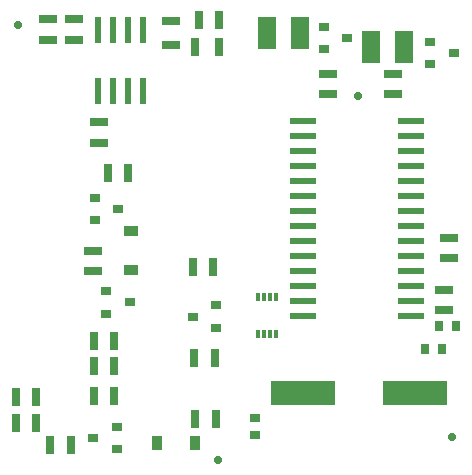
<source format=gbp>
%FSLAX24Y24*%
%MOIN*%
G70*
G01*
G75*
G04 Layer_Color=128*
%ADD10C,0.0098*%
%ADD11C,0.0276*%
%ADD12R,0.0236X0.0886*%
%ADD13R,0.0299X0.0945*%
%ADD14R,0.0315X0.0354*%
%ADD15R,0.0886X0.0236*%
%ADD16R,0.0846X0.0335*%
%ADD17C,0.0335*%
%ADD18R,0.0335X0.0846*%
%ADD19R,0.0315X0.0630*%
%ADD20R,0.0394X0.0276*%
%ADD21R,0.0236X0.0197*%
%ADD22R,0.0197X0.0236*%
%ADD23R,0.0276X0.0394*%
%ADD24R,0.0354X0.0315*%
%ADD25R,0.0906X0.0906*%
%ADD26R,0.0492X0.0433*%
%ADD27R,0.0354X0.0315*%
%ADD28R,0.0591X0.0295*%
%ADD29R,0.0295X0.0591*%
%ADD30C,0.0079*%
%ADD31C,0.0118*%
%ADD32C,0.0138*%
%ADD33C,0.0197*%
%ADD34O,0.0472X0.0394*%
%ADD35R,0.0472X0.0394*%
%ADD36O,0.0669X0.1181*%
%ADD37C,0.0380*%
%ADD38R,0.2165X0.0827*%
%ADD39R,0.0118X0.0295*%
%ADD40R,0.0480X0.0358*%
%ADD41R,0.0358X0.0480*%
%ADD42R,0.0630X0.1063*%
%ADD43R,0.0906X0.0236*%
%ADD44R,0.0630X0.0315*%
%ADD45C,0.0236*%
%ADD46C,0.0100*%
%ADD47C,0.0394*%
%ADD48C,0.0039*%
%ADD49C,0.0061*%
%ADD50R,0.0246X0.0433*%
%ADD51R,0.0433X0.0246*%
%ADD52C,0.0827*%
%ADD53R,0.0316X0.0966*%
%ADD54R,0.0379X0.1025*%
%ADD55R,0.0395X0.0434*%
%ADD56R,0.0966X0.0316*%
%ADD57R,0.0926X0.0415*%
%ADD58C,0.0415*%
%ADD59R,0.0415X0.0926*%
%ADD60R,0.0395X0.0710*%
%ADD61R,0.0474X0.0356*%
%ADD62R,0.0316X0.0277*%
%ADD63R,0.0277X0.0316*%
%ADD64R,0.0356X0.0474*%
%ADD65R,0.0434X0.0395*%
%ADD66R,0.0986X0.0986*%
%ADD67R,0.0572X0.0513*%
%ADD68R,0.0434X0.0395*%
%ADD69R,0.0671X0.0375*%
%ADD70R,0.0375X0.0671*%
%ADD71O,0.0552X0.0474*%
%ADD72R,0.0552X0.0474*%
%ADD73O,0.0749X0.1261*%
%ADD74R,0.2245X0.0907*%
%ADD75R,0.0150X0.0327*%
%ADD76R,0.0560X0.0438*%
%ADD77R,0.0438X0.0560*%
%ADD78R,0.0710X0.1143*%
%ADD79R,0.0986X0.0316*%
%ADD80R,0.0710X0.0395*%
D11*
X11929Y12677D02*
D03*
X15079Y1299D02*
D03*
X591Y15039D02*
D03*
X7283Y551D02*
D03*
D12*
X4766Y14882D02*
D03*
X4266D02*
D03*
X3766D02*
D03*
X4766Y12835D02*
D03*
X4266D02*
D03*
X3766D02*
D03*
X3266Y14882D02*
D03*
Y12835D02*
D03*
D14*
X15197Y5000D02*
D03*
X14646D02*
D03*
X14724Y4252D02*
D03*
X14173D02*
D03*
D19*
X7285Y14291D02*
D03*
X6498D02*
D03*
D24*
X8504Y1929D02*
D03*
Y1378D02*
D03*
D27*
X4331Y5787D02*
D03*
X3543Y6161D02*
D03*
Y5413D02*
D03*
X3937Y8898D02*
D03*
X3150Y9272D02*
D03*
Y8524D02*
D03*
X3898Y1634D02*
D03*
Y886D02*
D03*
X3110Y1260D02*
D03*
X7205Y5689D02*
D03*
Y4941D02*
D03*
X6417Y5315D02*
D03*
X11575Y14606D02*
D03*
X10787Y14980D02*
D03*
Y14232D02*
D03*
X15118Y14094D02*
D03*
X14331Y14468D02*
D03*
Y13720D02*
D03*
D28*
X1614Y15226D02*
D03*
Y14537D02*
D03*
X2480Y15226D02*
D03*
Y14537D02*
D03*
X3110Y7510D02*
D03*
Y6821D02*
D03*
X3307Y11801D02*
D03*
Y11112D02*
D03*
X10945Y13415D02*
D03*
Y12726D02*
D03*
X13110Y13415D02*
D03*
Y12726D02*
D03*
X14961Y7943D02*
D03*
Y7254D02*
D03*
X14803Y6211D02*
D03*
Y5522D02*
D03*
D29*
X3809Y2677D02*
D03*
X3120D02*
D03*
X7313Y15197D02*
D03*
X6624D02*
D03*
X4281Y10118D02*
D03*
X3593D02*
D03*
X3809Y3661D02*
D03*
X3120D02*
D03*
X3809Y4488D02*
D03*
X3120D02*
D03*
X7156Y3937D02*
D03*
X6467D02*
D03*
X7195Y1890D02*
D03*
X6506D02*
D03*
X7116Y6969D02*
D03*
X6427D02*
D03*
X2352Y1024D02*
D03*
X1663D02*
D03*
X1211Y2638D02*
D03*
X522D02*
D03*
X1211Y1772D02*
D03*
X522D02*
D03*
D38*
X13839Y2756D02*
D03*
X10098D02*
D03*
D39*
X9193Y5965D02*
D03*
X8996D02*
D03*
X8799D02*
D03*
X9193Y4744D02*
D03*
X8799D02*
D03*
X8602D02*
D03*
X8996D02*
D03*
X8602Y5965D02*
D03*
D40*
X4370Y8163D02*
D03*
Y6876D02*
D03*
D41*
X6510Y1102D02*
D03*
X5222D02*
D03*
D42*
X10000Y14764D02*
D03*
X8898D02*
D03*
X13465Y14291D02*
D03*
X12362D02*
D03*
D43*
X13691Y11333D02*
D03*
Y10833D02*
D03*
Y11833D02*
D03*
Y10333D02*
D03*
Y9833D02*
D03*
Y9333D02*
D03*
Y8833D02*
D03*
Y8333D02*
D03*
Y7333D02*
D03*
Y6833D02*
D03*
Y5833D02*
D03*
Y5333D02*
D03*
Y6333D02*
D03*
Y7833D02*
D03*
X10089Y11833D02*
D03*
Y10833D02*
D03*
Y10333D02*
D03*
Y11333D02*
D03*
Y9333D02*
D03*
Y8833D02*
D03*
Y9833D02*
D03*
Y7833D02*
D03*
Y7333D02*
D03*
Y8333D02*
D03*
Y5833D02*
D03*
Y5333D02*
D03*
Y6833D02*
D03*
Y6333D02*
D03*
D44*
X5709Y15157D02*
D03*
Y14370D02*
D03*
M02*

</source>
